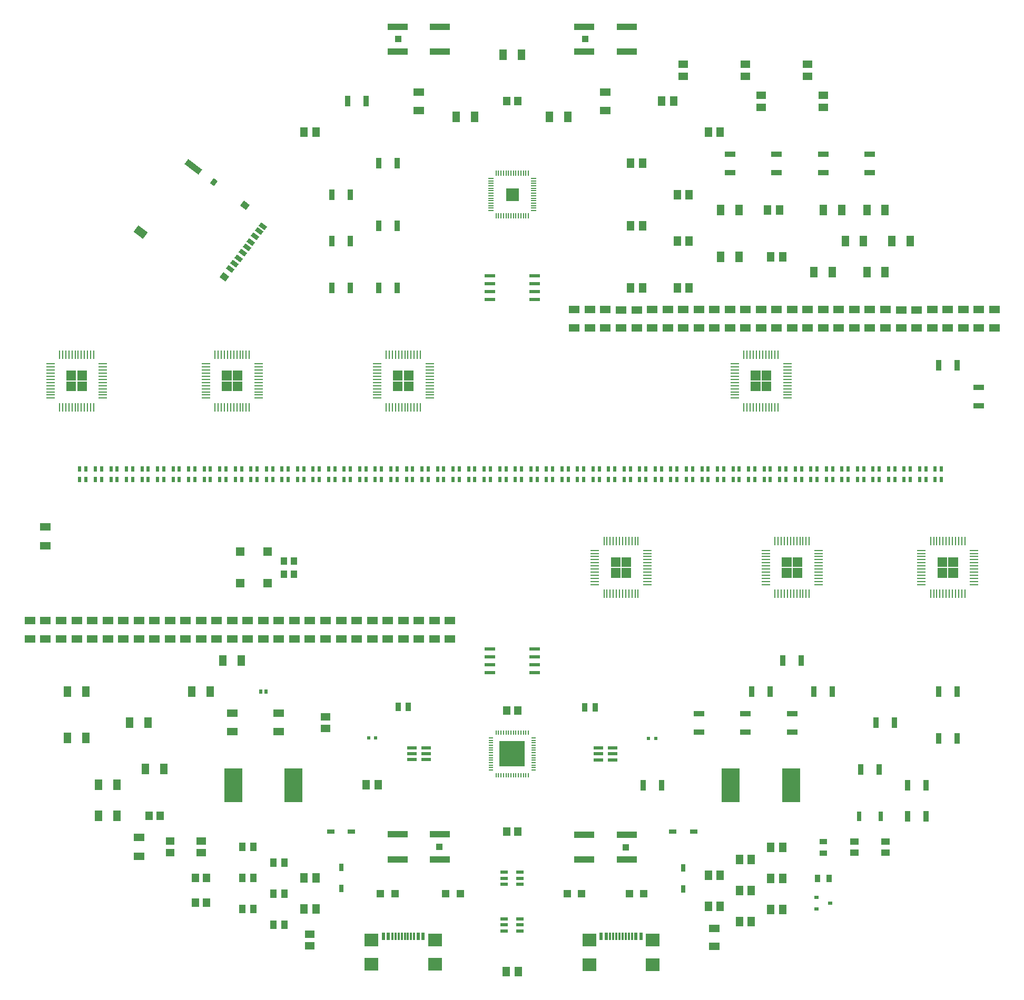
<source format=gbr>
%TF.GenerationSoftware,KiCad,Pcbnew,9.0.0*%
%TF.CreationDate,2025-04-03T19:14:32+05:30*%
%TF.ProjectId,12i(overall),31326928-6f76-4657-9261-6c6c292e6b69,rev?*%
%TF.SameCoordinates,Original*%
%TF.FileFunction,Paste,Top*%
%TF.FilePolarity,Positive*%
%FSLAX46Y46*%
G04 Gerber Fmt 4.6, Leading zero omitted, Abs format (unit mm)*
G04 Created by KiCad (PCBNEW 9.0.0) date 2025-04-03 19:14:32*
%MOMM*%
%LPD*%
G01*
G04 APERTURE LIST*
G04 Aperture macros list*
%AMRoundRect*
0 Rectangle with rounded corners*
0 $1 Rounding radius*
0 $2 $3 $4 $5 $6 $7 $8 $9 X,Y pos of 4 corners*
0 Add a 4 corners polygon primitive as box body*
4,1,4,$2,$3,$4,$5,$6,$7,$8,$9,$2,$3,0*
0 Add four circle primitives for the rounded corners*
1,1,$1+$1,$2,$3*
1,1,$1+$1,$4,$5*
1,1,$1+$1,$6,$7*
1,1,$1+$1,$8,$9*
0 Add four rect primitives between the rounded corners*
20,1,$1+$1,$2,$3,$4,$5,0*
20,1,$1+$1,$4,$5,$6,$7,0*
20,1,$1+$1,$6,$7,$8,$9,0*
20,1,$1+$1,$8,$9,$2,$3,0*%
%AMRotRect*
0 Rectangle, with rotation*
0 The origin of the aperture is its center*
0 $1 length*
0 $2 width*
0 $3 Rotation angle, in degrees counterclockwise*
0 Add horizontal line*
21,1,$1,$2,0,0,$3*%
G04 Aperture macros list end*
%ADD10C,0.000000*%
%ADD11C,0.010000*%
%ADD12R,1.500000X1.300000*%
%ADD13R,0.500000X0.850000*%
%ADD14RoundRect,0.073750X0.531250X0.221250X-0.531250X0.221250X-0.531250X-0.221250X0.531250X-0.221250X0*%
%ADD15R,1.803400X1.168400*%
%ADD16R,1.100000X1.300000*%
%ADD17R,1.730000X0.970000*%
%ADD18R,1.170000X1.770000*%
%ADD19R,1.770000X1.170000*%
%ADD20R,1.168400X1.803400*%
%ADD21R,1.150000X1.150000*%
%ADD22R,0.754800X0.199200*%
%ADD23R,0.199200X0.754800*%
%ADD24R,4.038600X4.038600*%
%ADD25R,1.300000X1.500000*%
%ADD26R,0.970000X1.730000*%
%ADD27R,0.730000X1.210000*%
%ADD28R,1.250000X0.855600*%
%ADD29R,1.066800X1.346200*%
%ADD30R,3.200001X0.990600*%
%ADD31R,0.990600X0.990600*%
%ADD32R,1.150000X1.450000*%
%ADD33R,0.270000X1.461200*%
%ADD34R,1.461200X0.270000*%
%ADD35R,0.914400X1.447800*%
%ADD36R,0.800001X0.549999*%
%ADD37RoundRect,0.072500X-0.732500X-0.217500X0.732500X-0.217500X0.732500X0.217500X-0.732500X0.217500X0*%
%ADD38R,1.397000X1.346200*%
%ADD39R,0.575600X0.600000*%
%ADD40RoundRect,0.073750X-0.651250X-0.221250X0.651250X-0.221250X0.651250X0.221250X-0.651250X0.221250X0*%
%ADD41RoundRect,0.025000X-0.395000X-0.075000X0.395000X-0.075000X0.395000X0.075000X-0.395000X0.075000X0*%
%ADD42RoundRect,0.025000X-0.075000X-0.395000X0.075000X-0.395000X0.075000X0.395000X-0.075000X0.395000X0*%
%ADD43R,0.800000X1.600000*%
%ADD44R,1.450000X1.150000*%
%ADD45RotRect,0.700000X1.200000X233.000000*%
%ADD46RotRect,1.000000X1.200000X233.000000*%
%ADD47RotRect,1.000000X2.800000X233.000000*%
%ADD48RotRect,1.300000X1.900000X233.000000*%
%ADD49RotRect,1.000000X0.800000X233.000000*%
%ADD50R,1.210000X0.730000*%
%ADD51R,0.600000X1.150000*%
%ADD52R,0.300000X1.150000*%
%ADD53R,2.180000X2.000000*%
%ADD54R,0.855600X1.250000*%
%ADD55R,2.895600X5.410200*%
%ADD56R,0.560000X0.640000*%
%ADD57R,1.447800X1.117600*%
%ADD58R,1.160000X1.470000*%
G04 APERTURE END LIST*
D10*
%TO.C,U10*%
G36*
X449226900Y-294226900D02*
G01*
X448080700Y-294226900D01*
X448080700Y-293080700D01*
X449226900Y-293080700D01*
X449226900Y-294226900D01*
G37*
G36*
X449226900Y-295573100D02*
G01*
X448080700Y-295573100D01*
X448080700Y-294426900D01*
X449226900Y-294426900D01*
X449226900Y-295573100D01*
G37*
G36*
X449226900Y-296919300D02*
G01*
X448080700Y-296919300D01*
X448080700Y-295773100D01*
X449226900Y-295773100D01*
X449226900Y-296919300D01*
G37*
G36*
X450573100Y-294226900D02*
G01*
X449426900Y-294226900D01*
X449426900Y-293080700D01*
X450573100Y-293080700D01*
X450573100Y-294226900D01*
G37*
G36*
X450573100Y-295573100D02*
G01*
X449426900Y-295573100D01*
X449426900Y-294426900D01*
X450573100Y-294426900D01*
X450573100Y-295573100D01*
G37*
G36*
X450573100Y-296919300D02*
G01*
X449426900Y-296919300D01*
X449426900Y-295773100D01*
X450573100Y-295773100D01*
X450573100Y-296919300D01*
G37*
G36*
X451919300Y-294226900D02*
G01*
X450773100Y-294226900D01*
X450773100Y-293080700D01*
X451919300Y-293080700D01*
X451919300Y-294226900D01*
G37*
G36*
X451919300Y-295573100D02*
G01*
X450773100Y-295573100D01*
X450773100Y-294426900D01*
X451919300Y-294426900D01*
X451919300Y-295573100D01*
G37*
G36*
X451919300Y-296919300D02*
G01*
X450773100Y-296919300D01*
X450773100Y-295773100D01*
X451919300Y-295773100D01*
X451919300Y-296919300D01*
G37*
%TO.C,IC4*%
G36*
X379900000Y-234900000D02*
G01*
X378349999Y-234900000D01*
X378349999Y-233349999D01*
X379900000Y-233349999D01*
X379900000Y-234900000D01*
G37*
G36*
X379900000Y-236650001D02*
G01*
X378349999Y-236650001D01*
X378349999Y-235100000D01*
X379900000Y-235100000D01*
X379900000Y-236650001D01*
G37*
G36*
X381650001Y-234900000D02*
G01*
X380100000Y-234900000D01*
X380100000Y-233349999D01*
X381650001Y-233349999D01*
X381650001Y-234900000D01*
G37*
G36*
X381650001Y-236650001D02*
G01*
X380100000Y-236650001D01*
X380100000Y-235100000D01*
X381650001Y-235100000D01*
X381650001Y-236650001D01*
G37*
D11*
%TO.C,U4*%
X450980000Y-205980000D02*
X449020000Y-205980000D01*
X449020000Y-204020000D01*
X450980000Y-204020000D01*
X450980000Y-205980000D01*
G36*
X450980000Y-205980000D02*
G01*
X449020000Y-205980000D01*
X449020000Y-204020000D01*
X450980000Y-204020000D01*
X450980000Y-205980000D01*
G37*
D10*
%TO.C,IC1*%
G36*
X489900000Y-234900000D02*
G01*
X488349999Y-234900000D01*
X488349999Y-233349999D01*
X489900000Y-233349999D01*
X489900000Y-234900000D01*
G37*
G36*
X489900000Y-236650001D02*
G01*
X488349999Y-236650001D01*
X488349999Y-235100000D01*
X489900000Y-235100000D01*
X489900000Y-236650001D01*
G37*
G36*
X491650001Y-234900000D02*
G01*
X490100000Y-234900000D01*
X490100000Y-233349999D01*
X491650001Y-233349999D01*
X491650001Y-234900000D01*
G37*
G36*
X491650001Y-236650001D02*
G01*
X490100000Y-236650001D01*
X490100000Y-235100000D01*
X491650001Y-235100000D01*
X491650001Y-236650001D01*
G37*
%TO.C,IC5*%
G36*
X467400000Y-264900000D02*
G01*
X465849999Y-264900000D01*
X465849999Y-263349999D01*
X467400000Y-263349999D01*
X467400000Y-264900000D01*
G37*
G36*
X467400000Y-266650001D02*
G01*
X465849999Y-266650001D01*
X465849999Y-265100000D01*
X467400000Y-265100000D01*
X467400000Y-266650001D01*
G37*
G36*
X469150001Y-264900000D02*
G01*
X467600000Y-264900000D01*
X467600000Y-263349999D01*
X469150001Y-263349999D01*
X469150001Y-264900000D01*
G37*
G36*
X469150001Y-266650001D02*
G01*
X467600000Y-266650001D01*
X467600000Y-265100000D01*
X469150001Y-265100000D01*
X469150001Y-266650001D01*
G37*
%TO.C,IC6*%
G36*
X519900000Y-264900000D02*
G01*
X518349999Y-264900000D01*
X518349999Y-263349999D01*
X519900000Y-263349999D01*
X519900000Y-264900000D01*
G37*
G36*
X519900000Y-266650001D02*
G01*
X518349999Y-266650001D01*
X518349999Y-265100000D01*
X519900000Y-265100000D01*
X519900000Y-266650001D01*
G37*
G36*
X521650001Y-264900000D02*
G01*
X520100000Y-264900000D01*
X520100000Y-263349999D01*
X521650001Y-263349999D01*
X521650001Y-264900000D01*
G37*
G36*
X521650001Y-266650001D02*
G01*
X520100000Y-266650001D01*
X520100000Y-265100000D01*
X521650001Y-265100000D01*
X521650001Y-266650001D01*
G37*
%TO.C,IC7*%
G36*
X494900000Y-264900000D02*
G01*
X493349999Y-264900000D01*
X493349999Y-263349999D01*
X494900000Y-263349999D01*
X494900000Y-264900000D01*
G37*
G36*
X494900000Y-266650001D02*
G01*
X493349999Y-266650001D01*
X493349999Y-265100000D01*
X494900000Y-265100000D01*
X494900000Y-266650001D01*
G37*
G36*
X496650001Y-264900000D02*
G01*
X495100000Y-264900000D01*
X495100000Y-263349999D01*
X496650001Y-263349999D01*
X496650001Y-264900000D01*
G37*
G36*
X496650001Y-266650001D02*
G01*
X495100000Y-266650001D01*
X495100000Y-265100000D01*
X496650001Y-265100000D01*
X496650001Y-266650001D01*
G37*
%TO.C,IC3*%
G36*
X404900000Y-234900000D02*
G01*
X403349999Y-234900000D01*
X403349999Y-233349999D01*
X404900000Y-233349999D01*
X404900000Y-234900000D01*
G37*
G36*
X404900000Y-236650001D02*
G01*
X403349999Y-236650001D01*
X403349999Y-235100000D01*
X404900000Y-235100000D01*
X404900000Y-236650001D01*
G37*
G36*
X406650001Y-234900000D02*
G01*
X405100000Y-234900000D01*
X405100000Y-233349999D01*
X406650001Y-233349999D01*
X406650001Y-234900000D01*
G37*
G36*
X406650001Y-236650001D02*
G01*
X405100000Y-236650001D01*
X405100000Y-235100000D01*
X406650001Y-235100000D01*
X406650001Y-236650001D01*
G37*
%TO.C,IC2*%
G36*
X432400000Y-234900000D02*
G01*
X430849999Y-234900000D01*
X430849999Y-233349999D01*
X432400000Y-233349999D01*
X432400000Y-234900000D01*
G37*
G36*
X432400000Y-236650001D02*
G01*
X430849999Y-236650001D01*
X430849999Y-235100000D01*
X432400000Y-235100000D01*
X432400000Y-236650001D01*
G37*
G36*
X434150001Y-234900000D02*
G01*
X432600000Y-234900000D01*
X432600000Y-233349999D01*
X434150001Y-233349999D01*
X434150001Y-234900000D01*
G37*
G36*
X434150001Y-236650001D02*
G01*
X432600000Y-236650001D01*
X432600000Y-235100000D01*
X434150001Y-235100000D01*
X434150001Y-236650001D01*
G37*
%TD*%
D12*
%TO.C,C76*%
X490000000Y-190950000D03*
X490000000Y-189050000D03*
%TD*%
D13*
%TO.C,D61*%
X384000000Y-249125000D03*
X384000000Y-250875000D03*
X383000000Y-250875000D03*
X383000000Y-249125000D03*
%TD*%
D14*
%TO.C,U1*%
X451255000Y-315950000D03*
X451255000Y-315000000D03*
X451255000Y-314050000D03*
X448745000Y-314050000D03*
X448745000Y-315000000D03*
X448745000Y-315950000D03*
%TD*%
D15*
%TO.C,C3*%
X485000000Y-226473200D03*
X485000000Y-223526800D03*
%TD*%
D13*
%TO.C,De3*%
X449000000Y-249125000D03*
X449000000Y-250875000D03*
X448000000Y-250875000D03*
X448000000Y-249125000D03*
%TD*%
%TO.C,D13*%
X460500000Y-250875000D03*
X460500000Y-249125000D03*
X461500000Y-249125000D03*
X461500000Y-250875000D03*
%TD*%
D15*
%TO.C,C18*%
X497500000Y-226473200D03*
X497500000Y-223526800D03*
%TD*%
D16*
%TO.C,Y1*%
X413275000Y-263950000D03*
X413275000Y-266050000D03*
X414925000Y-266050000D03*
X414925000Y-263950000D03*
%TD*%
D17*
%TO.C,R32*%
X487500000Y-291480000D03*
X487500000Y-288520000D03*
%TD*%
D15*
%TO.C,C106*%
X390000000Y-276500000D03*
X390000000Y-273553600D03*
%TD*%
D13*
%TO.C,D22*%
X468000000Y-250875000D03*
X468000000Y-249125000D03*
X469000000Y-249125000D03*
X469000000Y-250875000D03*
%TD*%
D18*
%TO.C,R39*%
X383506000Y-304950000D03*
X386494000Y-304950000D03*
%TD*%
D19*
%TO.C,R43*%
X412500000Y-291444000D03*
X412500000Y-288456000D03*
%TD*%
D13*
%TO.C,D25*%
X495500000Y-250875000D03*
X495500000Y-249125000D03*
X496500000Y-249125000D03*
X496500000Y-250875000D03*
%TD*%
D15*
%TO.C,C5*%
X462500000Y-226473200D03*
X462500000Y-223526800D03*
%TD*%
D20*
%TO.C,C85*%
X441026800Y-192500000D03*
X443973200Y-192500000D03*
%TD*%
D12*
%TO.C,C78*%
X487500000Y-185950000D03*
X487500000Y-184050000D03*
%TD*%
D15*
%TO.C,C9*%
X490000000Y-226446400D03*
X490000000Y-223500000D03*
%TD*%
D21*
%TO.C,R44*%
X458825000Y-317500000D03*
X461175000Y-317500000D03*
%TD*%
D22*
%TO.C,U10*%
X446547599Y-292400000D03*
X446547599Y-292799999D03*
X446547599Y-293200001D03*
X446547599Y-293600000D03*
X446547599Y-293999999D03*
X446547599Y-294400001D03*
X446547599Y-294800000D03*
X446547599Y-295200000D03*
X446547599Y-295599999D03*
X446547599Y-296000001D03*
X446547599Y-296400000D03*
X446547599Y-296799999D03*
X446547599Y-297200001D03*
X446547599Y-297600000D03*
D23*
X447400000Y-298452401D03*
X447799999Y-298452401D03*
X448200001Y-298452401D03*
X448600000Y-298452401D03*
X448999999Y-298452401D03*
X449400001Y-298452401D03*
X449800000Y-298452401D03*
X450200000Y-298452401D03*
X450599999Y-298452401D03*
X451000001Y-298452401D03*
X451400000Y-298452401D03*
X451799999Y-298452401D03*
X452200001Y-298452401D03*
X452600000Y-298452401D03*
D22*
X453452401Y-297600000D03*
X453452401Y-297200001D03*
X453452401Y-296799999D03*
X453452401Y-296400000D03*
X453452401Y-296000001D03*
X453452401Y-295599999D03*
X453452401Y-295200000D03*
X453452401Y-294800000D03*
X453452401Y-294400001D03*
X453452401Y-293999999D03*
X453452401Y-293600000D03*
X453452401Y-293200001D03*
X453452401Y-292799999D03*
X453452401Y-292400000D03*
D23*
X452600000Y-291547599D03*
X452200001Y-291547599D03*
X451799999Y-291547599D03*
X451400000Y-291547599D03*
X451000001Y-291547599D03*
X450599999Y-291547599D03*
X450200000Y-291547599D03*
X449800000Y-291547599D03*
X449400001Y-291547599D03*
X448999999Y-291547599D03*
X448600000Y-291547599D03*
X448200001Y-291547599D03*
X447799999Y-291547599D03*
X447400000Y-291547599D03*
D24*
X450000000Y-295000000D03*
%TD*%
D15*
%TO.C,C26*%
X505000000Y-226473200D03*
X505000000Y-223526800D03*
%TD*%
%TO.C,C8*%
X465000000Y-226446400D03*
X465000000Y-223500000D03*
%TD*%
D25*
%TO.C,C65*%
X475950000Y-190000000D03*
X474050000Y-190000000D03*
%TD*%
D13*
%TO.C,D74*%
X399000000Y-249125000D03*
X399000000Y-250875000D03*
X398000000Y-250875000D03*
X398000000Y-249125000D03*
%TD*%
D18*
%TO.C,R48*%
X391494000Y-289950000D03*
X388506000Y-289950000D03*
%TD*%
D26*
%TO.C,R18*%
X491480000Y-285000000D03*
X488520000Y-285000000D03*
%TD*%
%TO.C,R24*%
X511480000Y-290000000D03*
X508520000Y-290000000D03*
%TD*%
D15*
%TO.C,C16*%
X522500000Y-226446400D03*
X522500000Y-223500000D03*
%TD*%
D13*
%TO.C,D14*%
X485500000Y-250875000D03*
X485500000Y-249125000D03*
X486500000Y-249125000D03*
X486500000Y-250875000D03*
%TD*%
%TO.C,D66*%
X439000000Y-249125000D03*
X439000000Y-250875000D03*
X438000000Y-250875000D03*
X438000000Y-249125000D03*
%TD*%
D15*
%TO.C,C111*%
X415000000Y-276473200D03*
X415000000Y-273526800D03*
%TD*%
D20*
%TO.C,C38*%
X507000000Y-207500000D03*
X509946400Y-207500000D03*
%TD*%
D13*
%TO.C,D77*%
X426500000Y-249125000D03*
X426500000Y-250875000D03*
X425500000Y-250875000D03*
X425500000Y-249125000D03*
%TD*%
D25*
%TO.C,C63*%
X470950000Y-210000000D03*
X469050000Y-210000000D03*
%TD*%
D13*
%TO.C,D73*%
X431500000Y-249125000D03*
X431500000Y-250875000D03*
X430500000Y-250875000D03*
X430500000Y-249125000D03*
%TD*%
D15*
%TO.C,C11*%
X467500000Y-226500000D03*
X467500000Y-223553600D03*
%TD*%
D13*
%TO.C,D59*%
X416500000Y-249125000D03*
X416500000Y-250875000D03*
X415500000Y-250875000D03*
X415500000Y-249125000D03*
%TD*%
D15*
%TO.C,C94*%
X405000000Y-276473200D03*
X405000000Y-273526800D03*
%TD*%
D27*
%TO.C,D32*%
X422500000Y-313270000D03*
X422500000Y-316630000D03*
%TD*%
D15*
%TO.C,C103*%
X425000000Y-276473200D03*
X425000000Y-273526800D03*
%TD*%
%TO.C,C99*%
X400000000Y-276500000D03*
X400000000Y-273553600D03*
%TD*%
D28*
%TO.C,C44*%
X500000000Y-310927800D03*
X500000000Y-309072200D03*
%TD*%
D26*
%TO.C,R17*%
X493520000Y-280000000D03*
X496480000Y-280000000D03*
%TD*%
D29*
%TO.C,C48*%
X411623700Y-317450000D03*
X413376300Y-317450000D03*
%TD*%
D30*
%TO.C,SW1*%
X431600002Y-177999999D03*
X438399998Y-177999999D03*
X431600002Y-182000001D03*
X438399998Y-182000001D03*
D31*
X431699999Y-180000000D03*
%TD*%
D15*
%TO.C,C14*%
X470000000Y-226500000D03*
X470000000Y-223553600D03*
%TD*%
D25*
%TO.C,C71*%
X491050000Y-207500000D03*
X492950000Y-207500000D03*
%TD*%
D17*
%TO.C,R25*%
X507500000Y-198520000D03*
X507500000Y-201480000D03*
%TD*%
D20*
%TO.C,C126*%
X448526800Y-182500000D03*
X451473200Y-182500000D03*
%TD*%
D13*
%TO.C,D7*%
X455500000Y-250875000D03*
X455500000Y-249125000D03*
X456500000Y-249125000D03*
X456500000Y-250875000D03*
%TD*%
D32*
%TO.C,C125*%
X400900000Y-314950000D03*
X399100000Y-314950000D03*
%TD*%
D15*
%TO.C,C113*%
X382500000Y-276500000D03*
X382500000Y-273553600D03*
%TD*%
D18*
%TO.C,R38*%
X403506000Y-279950000D03*
X406494000Y-279950000D03*
%TD*%
D15*
%TO.C,C21*%
X500000000Y-226473200D03*
X500000000Y-223526800D03*
%TD*%
D33*
%TO.C,IC4*%
X377250000Y-239225000D03*
X377749999Y-239225000D03*
X378250001Y-239225000D03*
X378750000Y-239225000D03*
X379249999Y-239225000D03*
X379750000Y-239225000D03*
X380250000Y-239225000D03*
X380750001Y-239225000D03*
X381250000Y-239225000D03*
X381749999Y-239225000D03*
X382250001Y-239225000D03*
X382750000Y-239225000D03*
D34*
X384225000Y-237750000D03*
X384225000Y-237250001D03*
X384225000Y-236749999D03*
X384225000Y-236250000D03*
X384225000Y-235750001D03*
X384225000Y-235250000D03*
X384225000Y-234750000D03*
X384225000Y-234249999D03*
X384225000Y-233750000D03*
X384225000Y-233250001D03*
X384225000Y-232749999D03*
X384225000Y-232250000D03*
D33*
X382750000Y-230775000D03*
X382250001Y-230775000D03*
X381749999Y-230775000D03*
X381250000Y-230775000D03*
X380750001Y-230775000D03*
X380250000Y-230775000D03*
X379750000Y-230775000D03*
X379249999Y-230775000D03*
X378750000Y-230775000D03*
X378250001Y-230775000D03*
X377749999Y-230775000D03*
X377250000Y-230775000D03*
D34*
X375775000Y-232250000D03*
X375775000Y-232749999D03*
X375775000Y-233250001D03*
X375775000Y-233750000D03*
X375775000Y-234249999D03*
X375775000Y-234750000D03*
X375775000Y-235250000D03*
X375775000Y-235750001D03*
X375775000Y-236250000D03*
X375775000Y-236749999D03*
X375775000Y-237250001D03*
X375775000Y-237750000D03*
%TD*%
D18*
%TO.C,R41*%
X386506000Y-299950000D03*
X383518000Y-299950000D03*
%TD*%
D26*
%TO.C,R16*%
X501480000Y-285000000D03*
X498520000Y-285000000D03*
%TD*%
D15*
%TO.C,C87*%
X410000000Y-276473200D03*
X410000000Y-273526800D03*
%TD*%
%TO.C,C2*%
X460000000Y-226473200D03*
X460000000Y-223526800D03*
%TD*%
D35*
%TO.C,C45*%
X461687200Y-287500000D03*
X463312800Y-287500000D03*
%TD*%
D26*
%TO.C,R30*%
X473980000Y-300000000D03*
X471020000Y-300000000D03*
%TD*%
%TO.C,R9*%
X423520000Y-190000000D03*
X426480000Y-190000000D03*
%TD*%
D36*
%TO.C,U3*%
X498900000Y-318049999D03*
X498900000Y-319949998D03*
X501100000Y-319000000D03*
%TD*%
D13*
%TO.C,D72*%
X401500000Y-249125000D03*
X401500000Y-250875000D03*
X400500000Y-250875000D03*
X400500000Y-249125000D03*
%TD*%
%TO.C,D69*%
X406500000Y-249125000D03*
X406500000Y-250875000D03*
X405500000Y-250875000D03*
X405500000Y-249125000D03*
%TD*%
D25*
%TO.C,C67*%
X470950000Y-200000000D03*
X469050000Y-200000000D03*
%TD*%
D37*
%TO.C,U2*%
X446395000Y-218095000D03*
X446395000Y-219365000D03*
X446395000Y-220635000D03*
X446395000Y-221905000D03*
X453605000Y-221905000D03*
X453605000Y-220635000D03*
X453605000Y-219365000D03*
X453605000Y-218095000D03*
%TD*%
D15*
%TO.C,C28*%
X507500000Y-226473200D03*
X507500000Y-223526800D03*
%TD*%
%TO.C,C98*%
X430000000Y-276500000D03*
X430000000Y-273553600D03*
%TD*%
D17*
%TO.C,R1*%
X492500000Y-198520000D03*
X492500000Y-201480000D03*
%TD*%
D25*
%TO.C,C57*%
X481550000Y-314500000D03*
X483450000Y-314500000D03*
%TD*%
D15*
%TO.C,C27*%
X482500000Y-226473200D03*
X482500000Y-223526800D03*
%TD*%
D18*
%TO.C,R37*%
X398506000Y-284950000D03*
X401494000Y-284950000D03*
%TD*%
D25*
%TO.C,C41*%
X491550000Y-315000000D03*
X493450000Y-315000000D03*
%TD*%
D15*
%TO.C,C95*%
X372500000Y-276500000D03*
X372500000Y-273553600D03*
%TD*%
D18*
%TO.C,R22*%
X378506000Y-284950000D03*
X381494000Y-284950000D03*
%TD*%
D26*
%TO.C,R2*%
X521480000Y-285000000D03*
X518520000Y-285000000D03*
%TD*%
D15*
%TO.C,C97*%
X402500000Y-276473200D03*
X402500000Y-273526800D03*
%TD*%
D13*
%TO.C,D78*%
X424000000Y-249125000D03*
X424000000Y-250875000D03*
X423000000Y-250875000D03*
X423000000Y-249125000D03*
%TD*%
D38*
%TO.C,XTAL1*%
X406290200Y-262460000D03*
X406290200Y-267540000D03*
X410709800Y-267540000D03*
X410709800Y-262460000D03*
%TD*%
D26*
%TO.C,R28*%
X508980000Y-297500000D03*
X506020000Y-297500000D03*
%TD*%
D15*
%TO.C,C23*%
X477500000Y-226446400D03*
X477500000Y-223500000D03*
%TD*%
D13*
%TO.C,D80*%
X421500000Y-249125000D03*
X421500000Y-250875000D03*
X420500000Y-250875000D03*
X420500000Y-249125000D03*
%TD*%
D20*
%TO.C,C79*%
X503526800Y-212500000D03*
X506473200Y-212500000D03*
%TD*%
D15*
%TO.C,C7*%
X515000000Y-226500000D03*
X515000000Y-223553600D03*
%TD*%
D26*
%TO.C,R14*%
X516480000Y-305000000D03*
X513520000Y-305000000D03*
%TD*%
D20*
%TO.C,C77*%
X500000000Y-207500000D03*
X502946400Y-207500000D03*
%TD*%
D13*
%TO.C,D71*%
X434000000Y-249125000D03*
X434000000Y-250875000D03*
X433000000Y-250875000D03*
X433000000Y-249125000D03*
%TD*%
%TO.C,D17*%
X488000000Y-250875000D03*
X488000000Y-249125000D03*
X489000000Y-249125000D03*
X489000000Y-250875000D03*
%TD*%
%TO.C,D3*%
X503000000Y-250875000D03*
X503000000Y-249125000D03*
X504000000Y-249125000D03*
X504000000Y-250875000D03*
%TD*%
D39*
%TO.C,L6*%
X428067800Y-292450000D03*
X426932200Y-292450000D03*
%TD*%
D29*
%TO.C,C49*%
X406623700Y-314950000D03*
X408376300Y-314950000D03*
%TD*%
D15*
%TO.C,C108*%
X387500000Y-276473200D03*
X387500000Y-273526800D03*
%TD*%
D29*
%TO.C,C51*%
X408376300Y-319950000D03*
X406623700Y-319950000D03*
%TD*%
D15*
%TO.C,C88*%
X380000000Y-276500000D03*
X380000000Y-273553600D03*
%TD*%
D12*
%TO.C,C74*%
X477500000Y-185950000D03*
X477500000Y-184050000D03*
%TD*%
D25*
%TO.C,C120*%
X426550000Y-299950000D03*
X428450000Y-299950000D03*
%TD*%
D39*
%TO.C,L5*%
X471932200Y-292500000D03*
X473067800Y-292500000D03*
%TD*%
D15*
%TO.C,C15*%
X495000000Y-226473200D03*
X495000000Y-223526800D03*
%TD*%
D40*
%TO.C,U6*%
X433845000Y-294000000D03*
X433845000Y-294950000D03*
X433845000Y-295900000D03*
X436155000Y-295900000D03*
X436155000Y-294950000D03*
X436155000Y-294000000D03*
%TD*%
D20*
%TO.C,C59*%
X511026800Y-212500000D03*
X513973200Y-212500000D03*
%TD*%
D25*
%TO.C,C40*%
X486550000Y-312000000D03*
X488450000Y-312000000D03*
%TD*%
D41*
%TO.C,U4*%
X446565000Y-202400000D03*
X446565000Y-202800000D03*
X446565000Y-203200000D03*
X446565000Y-203600000D03*
X446565000Y-204000000D03*
X446565000Y-204400000D03*
X446565000Y-204800000D03*
X446565000Y-205200000D03*
X446565000Y-205600000D03*
X446565000Y-206000000D03*
X446565000Y-206400000D03*
X446565000Y-206800000D03*
X446565000Y-207200000D03*
X446565000Y-207600000D03*
D42*
X447400000Y-208435000D03*
X447800000Y-208435000D03*
X448200000Y-208435000D03*
X448600000Y-208435000D03*
X449000000Y-208435000D03*
X449400000Y-208435000D03*
X449800000Y-208435000D03*
X450200000Y-208435000D03*
X450600000Y-208435000D03*
X451000000Y-208435000D03*
X451400000Y-208435000D03*
X451800000Y-208435000D03*
X452200000Y-208435000D03*
X452600000Y-208435000D03*
D41*
X453435000Y-207600000D03*
X453435000Y-207200000D03*
X453435000Y-206800000D03*
X453435000Y-206400000D03*
X453435000Y-206000000D03*
X453435000Y-205600000D03*
X453435000Y-205200000D03*
X453435000Y-204800000D03*
X453435000Y-204400000D03*
X453435000Y-204000000D03*
X453435000Y-203600000D03*
X453435000Y-203200000D03*
X453435000Y-202800000D03*
X453435000Y-202400000D03*
D42*
X452600000Y-201565000D03*
X452200000Y-201565000D03*
X451800000Y-201565000D03*
X451400000Y-201565000D03*
X451000000Y-201565000D03*
X450600000Y-201565000D03*
X450200000Y-201565000D03*
X449800000Y-201565000D03*
X449400000Y-201565000D03*
X449000000Y-201565000D03*
X448600000Y-201565000D03*
X448200000Y-201565000D03*
X447800000Y-201565000D03*
X447400000Y-201565000D03*
%TD*%
D25*
%TO.C,C66*%
X478450000Y-205000000D03*
X476550000Y-205000000D03*
%TD*%
D15*
%TO.C,C112*%
X412500000Y-276473200D03*
X412500000Y-273526800D03*
%TD*%
D13*
%TO.C,D24*%
X470500000Y-250875000D03*
X470500000Y-249125000D03*
X471500000Y-249125000D03*
X471500000Y-250875000D03*
%TD*%
D29*
%TO.C,C47*%
X406623700Y-309950000D03*
X408376300Y-309950000D03*
%TD*%
D25*
%TO.C,C61*%
X478450000Y-220000000D03*
X476550000Y-220000000D03*
%TD*%
D15*
%TO.C,C4*%
X512500000Y-226500000D03*
X512500000Y-223553600D03*
%TD*%
D26*
%TO.C,R3*%
X431480000Y-220000000D03*
X428520000Y-220000000D03*
%TD*%
%TO.C,R10*%
X431480000Y-210000000D03*
X428520000Y-210000000D03*
%TD*%
D15*
%TO.C,C110*%
X385000000Y-276500000D03*
X385000000Y-273553600D03*
%TD*%
D12*
%TO.C,C81*%
X497500000Y-185950000D03*
X497500000Y-184050000D03*
%TD*%
D21*
%TO.C,R6*%
X428825000Y-317450000D03*
X431175000Y-317450000D03*
%TD*%
D33*
%TO.C,IC1*%
X487250000Y-239225000D03*
X487749999Y-239225000D03*
X488250001Y-239225000D03*
X488750000Y-239225000D03*
X489249999Y-239225000D03*
X489750000Y-239225000D03*
X490250000Y-239225000D03*
X490750001Y-239225000D03*
X491250000Y-239225000D03*
X491749999Y-239225000D03*
X492250001Y-239225000D03*
X492750000Y-239225000D03*
D34*
X494225000Y-237750000D03*
X494225000Y-237250001D03*
X494225000Y-236749999D03*
X494225000Y-236250000D03*
X494225000Y-235750001D03*
X494225000Y-235250000D03*
X494225000Y-234750000D03*
X494225000Y-234249999D03*
X494225000Y-233750000D03*
X494225000Y-233250001D03*
X494225000Y-232749999D03*
X494225000Y-232250000D03*
D33*
X492750000Y-230775000D03*
X492250001Y-230775000D03*
X491749999Y-230775000D03*
X491250000Y-230775000D03*
X490750001Y-230775000D03*
X490250000Y-230775000D03*
X489750000Y-230775000D03*
X489249999Y-230775000D03*
X488750000Y-230775000D03*
X488250001Y-230775000D03*
X487749999Y-230775000D03*
X487250000Y-230775000D03*
D34*
X485775000Y-232250000D03*
X485775000Y-232749999D03*
X485775000Y-233250001D03*
X485775000Y-233750000D03*
X485775000Y-234249999D03*
X485775000Y-234750000D03*
X485775000Y-235250000D03*
X485775000Y-235750001D03*
X485775000Y-236250000D03*
X485775000Y-236749999D03*
X485775000Y-237250001D03*
X485775000Y-237750000D03*
%TD*%
D15*
%TO.C,C24*%
X502500000Y-226473200D03*
X502500000Y-223526800D03*
%TD*%
D33*
%TO.C,IC5*%
X470250000Y-260775000D03*
X469750001Y-260775000D03*
X469249999Y-260775000D03*
X468750000Y-260775000D03*
X468250001Y-260775000D03*
X467750000Y-260775000D03*
X467250000Y-260775000D03*
X466749999Y-260775000D03*
X466250000Y-260775000D03*
X465750001Y-260775000D03*
X465249999Y-260775000D03*
X464750000Y-260775000D03*
D34*
X463275000Y-262250000D03*
X463275000Y-262749999D03*
X463275000Y-263250001D03*
X463275000Y-263750000D03*
X463275000Y-264249999D03*
X463275000Y-264750000D03*
X463275000Y-265250000D03*
X463275000Y-265750001D03*
X463275000Y-266250000D03*
X463275000Y-266749999D03*
X463275000Y-267250001D03*
X463275000Y-267750000D03*
D33*
X464750000Y-269225000D03*
X465249999Y-269225000D03*
X465750001Y-269225000D03*
X466250000Y-269225000D03*
X466749999Y-269225000D03*
X467250000Y-269225000D03*
X467750000Y-269225000D03*
X468250001Y-269225000D03*
X468750000Y-269225000D03*
X469249999Y-269225000D03*
X469750001Y-269225000D03*
X470250000Y-269225000D03*
D34*
X471725000Y-267750000D03*
X471725000Y-267250001D03*
X471725000Y-266749999D03*
X471725000Y-266250000D03*
X471725000Y-265750001D03*
X471725000Y-265250000D03*
X471725000Y-264750000D03*
X471725000Y-264249999D03*
X471725000Y-263750000D03*
X471725000Y-263250001D03*
X471725000Y-262749999D03*
X471725000Y-262250000D03*
%TD*%
D15*
%TO.C,C100*%
X397500000Y-276473200D03*
X397500000Y-273526800D03*
%TD*%
%TO.C,C89*%
X437500000Y-276500000D03*
X437500000Y-273553600D03*
%TD*%
D12*
%TO.C,C80*%
X500000000Y-190950000D03*
X500000000Y-189050000D03*
%TD*%
D15*
%TO.C,C109*%
X417500000Y-276500000D03*
X417500000Y-273553600D03*
%TD*%
D13*
%TO.C,D67*%
X409000000Y-249125000D03*
X409000000Y-250875000D03*
X408000000Y-250875000D03*
X408000000Y-249125000D03*
%TD*%
D32*
%TO.C,C69*%
X449100000Y-190000000D03*
X450900000Y-190000000D03*
%TD*%
D43*
%TO.C,E1*%
X505800000Y-305000000D03*
X509200000Y-305000000D03*
%TD*%
D33*
%TO.C,IC6*%
X522750000Y-260775000D03*
X522250001Y-260775000D03*
X521749999Y-260775000D03*
X521250000Y-260775000D03*
X520750001Y-260775000D03*
X520250000Y-260775000D03*
X519750000Y-260775000D03*
X519249999Y-260775000D03*
X518750000Y-260775000D03*
X518250001Y-260775000D03*
X517749999Y-260775000D03*
X517250000Y-260775000D03*
D34*
X515775000Y-262250000D03*
X515775000Y-262749999D03*
X515775000Y-263250001D03*
X515775000Y-263750000D03*
X515775000Y-264249999D03*
X515775000Y-264750000D03*
X515775000Y-265250000D03*
X515775000Y-265750001D03*
X515775000Y-266250000D03*
X515775000Y-266749999D03*
X515775000Y-267250001D03*
X515775000Y-267750000D03*
D33*
X517250000Y-269225000D03*
X517749999Y-269225000D03*
X518250001Y-269225000D03*
X518750000Y-269225000D03*
X519249999Y-269225000D03*
X519750000Y-269225000D03*
X520250000Y-269225000D03*
X520750001Y-269225000D03*
X521250000Y-269225000D03*
X521749999Y-269225000D03*
X522250001Y-269225000D03*
X522750000Y-269225000D03*
D34*
X524225000Y-267750000D03*
X524225000Y-267250001D03*
X524225000Y-266749999D03*
X524225000Y-266250000D03*
X524225000Y-265750001D03*
X524225000Y-265250000D03*
X524225000Y-264750000D03*
X524225000Y-264249999D03*
X524225000Y-263750000D03*
X524225000Y-263250001D03*
X524225000Y-262749999D03*
X524225000Y-262250000D03*
%TD*%
D20*
%TO.C,C82*%
X498526800Y-217500000D03*
X501473200Y-217500000D03*
%TD*%
D25*
%TO.C,C70*%
X416550000Y-195000000D03*
X418450000Y-195000000D03*
%TD*%
D19*
%TO.C,R8*%
X435000000Y-191488000D03*
X435000000Y-188500000D03*
%TD*%
D15*
%TO.C,C10*%
X517500000Y-226473200D03*
X517500000Y-223526800D03*
%TD*%
D20*
%TO.C,C75*%
X483500000Y-215000000D03*
X486446400Y-215000000D03*
%TD*%
D13*
%TO.C,D2*%
X475500000Y-250875000D03*
X475500000Y-249125000D03*
X476500000Y-249125000D03*
X476500000Y-250875000D03*
%TD*%
%TO.C,D68*%
X436500000Y-249125000D03*
X436500000Y-250875000D03*
X435500000Y-250875000D03*
X435500000Y-249125000D03*
%TD*%
D26*
%TO.C,R4*%
X428520000Y-200000000D03*
X431480000Y-200000000D03*
%TD*%
D13*
%TO.C,D4*%
X453000000Y-250875000D03*
X453000000Y-249125000D03*
X454000000Y-249125000D03*
X454000000Y-250875000D03*
%TD*%
%TO.C,D9*%
X508000000Y-250875000D03*
X508000000Y-249125000D03*
X509000000Y-249125000D03*
X509000000Y-250875000D03*
%TD*%
D25*
%TO.C,C58*%
X481550000Y-319500000D03*
X483450000Y-319500000D03*
%TD*%
D26*
%TO.C,R29*%
X521480000Y-292500000D03*
X518520000Y-292500000D03*
%TD*%
D13*
%TO.C,D11*%
X483000000Y-250875000D03*
X483000000Y-249125000D03*
X484000000Y-249125000D03*
X484000000Y-250875000D03*
%TD*%
D15*
%TO.C,C101*%
X427500000Y-276500000D03*
X427500000Y-273553600D03*
%TD*%
D26*
%TO.C,R19*%
X421020000Y-205000000D03*
X423980000Y-205000000D03*
%TD*%
D44*
%TO.C,C119*%
X395000000Y-310850000D03*
X395000000Y-309050000D03*
%TD*%
D26*
%TO.C,R20*%
X421020000Y-220000000D03*
X423980000Y-220000000D03*
%TD*%
D45*
%TO.C,J3*%
X404699082Y-217015688D03*
X405361078Y-216137189D03*
X406023074Y-215258691D03*
X406685071Y-214380191D03*
X407347067Y-213501692D03*
X408009064Y-212623193D03*
X408671060Y-211744693D03*
X409333057Y-210866195D03*
D46*
X407042373Y-206760983D03*
D47*
X398776495Y-200532196D03*
D48*
X390292607Y-211042960D03*
D46*
X403766267Y-218253572D03*
D49*
X402090833Y-203029730D03*
D45*
X409904781Y-210107490D03*
%TD*%
D15*
%TO.C,C13*%
X520000000Y-226473200D03*
X520000000Y-223526800D03*
%TD*%
%TO.C,C115*%
X482500000Y-325973200D03*
X482500000Y-323026800D03*
%TD*%
D50*
%TO.C,D31*%
X420820000Y-307450000D03*
X424180000Y-307450000D03*
%TD*%
D15*
%TO.C,C107*%
X420000000Y-276500000D03*
X420000000Y-273553600D03*
%TD*%
D20*
%TO.C,C37*%
X483500000Y-207500000D03*
X486446400Y-207500000D03*
%TD*%
D13*
%TO.C,D63*%
X381500000Y-249125000D03*
X381500000Y-250875000D03*
X380500000Y-250875000D03*
X380500000Y-249125000D03*
%TD*%
D26*
%TO.C,R27*%
X516480000Y-300000000D03*
X513520000Y-300000000D03*
%TD*%
D19*
%TO.C,R47*%
X405000000Y-291444000D03*
X405000000Y-288456000D03*
%TD*%
D25*
%TO.C,C72*%
X491550000Y-215000000D03*
X493450000Y-215000000D03*
%TD*%
D12*
%TO.C,C117*%
X400000000Y-310900000D03*
X400000000Y-309000000D03*
%TD*%
D25*
%TO.C,C116*%
X416550000Y-314950000D03*
X418450000Y-314950000D03*
%TD*%
D13*
%TO.C,D21*%
X518000000Y-250875000D03*
X518000000Y-249125000D03*
X519000000Y-249125000D03*
X519000000Y-250875000D03*
%TD*%
D15*
%TO.C,C92*%
X435000000Y-276473200D03*
X435000000Y-273526800D03*
%TD*%
D13*
%TO.C,De1*%
X450500000Y-250875000D03*
X450500000Y-249125000D03*
X451500000Y-249125000D03*
X451500000Y-250875000D03*
%TD*%
D17*
%TO.C,R26*%
X500000000Y-198520000D03*
X500000000Y-201480000D03*
%TD*%
D15*
%TO.C,C20*%
X475000000Y-226446400D03*
X475000000Y-223500000D03*
%TD*%
D12*
%TO.C,C84*%
X420000000Y-290900000D03*
X420000000Y-289000000D03*
%TD*%
D51*
%TO.C,J1*%
X429300000Y-324312500D03*
X430100000Y-324312500D03*
D52*
X431250000Y-324312500D03*
X432250000Y-324312500D03*
X432750000Y-324312500D03*
X433750000Y-324312500D03*
D51*
X435700000Y-324312500D03*
X434900000Y-324312500D03*
D52*
X434250000Y-324312500D03*
X433250000Y-324312500D03*
X431750000Y-324312500D03*
X430750000Y-324312500D03*
D53*
X427390000Y-324887500D03*
X437610000Y-324887500D03*
X427390000Y-328817500D03*
X437610000Y-328817500D03*
%TD*%
D27*
%TO.C,D30*%
X477500000Y-313320000D03*
X477500000Y-316680000D03*
%TD*%
D37*
%TO.C,U8*%
X446395000Y-278095000D03*
X446395000Y-279365000D03*
X446395000Y-280635000D03*
X446395000Y-281905000D03*
X453605000Y-281905000D03*
X453605000Y-280635000D03*
X453605000Y-279365000D03*
X453605000Y-278095000D03*
%TD*%
D20*
%TO.C,C73*%
X507000000Y-217500000D03*
X509946400Y-217500000D03*
%TD*%
D54*
%TO.C,C46*%
X499072200Y-315000000D03*
X500927800Y-315000000D03*
%TD*%
D40*
%TO.C,U7*%
X463845000Y-294050000D03*
X463845000Y-295000000D03*
X463845000Y-295950000D03*
X466155000Y-295950000D03*
X466155000Y-295000000D03*
X466155000Y-294050000D03*
%TD*%
D50*
%TO.C,D29*%
X479180000Y-307500000D03*
X475820000Y-307500000D03*
%TD*%
D15*
%TO.C,C22*%
X527500000Y-226473200D03*
X527500000Y-223526800D03*
%TD*%
D25*
%TO.C,C54*%
X486550000Y-322000000D03*
X488450000Y-322000000D03*
%TD*%
D15*
%TO.C,C1*%
X510000000Y-226473200D03*
X510000000Y-223526800D03*
%TD*%
D30*
%TO.C,SW2*%
X461600002Y-177999999D03*
X468399998Y-177999999D03*
X461600002Y-182000001D03*
X468399998Y-182000001D03*
D31*
X461699999Y-180000000D03*
%TD*%
D19*
%TO.C,R5*%
X465000000Y-191494000D03*
X465000000Y-188506000D03*
%TD*%
D55*
%TO.C,L3*%
X485148600Y-300000000D03*
X494851400Y-300000000D03*
%TD*%
D13*
%TO.C,D1*%
X500500000Y-250875000D03*
X500500000Y-249125000D03*
X501500000Y-249125000D03*
X501500000Y-250875000D03*
%TD*%
D21*
%TO.C,R45*%
X471175000Y-317500000D03*
X468825000Y-317500000D03*
%TD*%
D13*
%TO.C,D81*%
X391500000Y-249125000D03*
X391500000Y-250875000D03*
X390500000Y-250875000D03*
X390500000Y-249125000D03*
%TD*%
D33*
%TO.C,IC7*%
X497750000Y-260775000D03*
X497250001Y-260775000D03*
X496749999Y-260775000D03*
X496250000Y-260775000D03*
X495750001Y-260775000D03*
X495250000Y-260775000D03*
X494750000Y-260775000D03*
X494249999Y-260775000D03*
X493750000Y-260775000D03*
X493250001Y-260775000D03*
X492749999Y-260775000D03*
X492250000Y-260775000D03*
D34*
X490775000Y-262250000D03*
X490775000Y-262749999D03*
X490775000Y-263250001D03*
X490775000Y-263750000D03*
X490775000Y-264249999D03*
X490775000Y-264750000D03*
X490775000Y-265250000D03*
X490775000Y-265750001D03*
X490775000Y-266250000D03*
X490775000Y-266749999D03*
X490775000Y-267250001D03*
X490775000Y-267750000D03*
D33*
X492250000Y-269225000D03*
X492749999Y-269225000D03*
X493250001Y-269225000D03*
X493750000Y-269225000D03*
X494249999Y-269225000D03*
X494750000Y-269225000D03*
X495250000Y-269225000D03*
X495750001Y-269225000D03*
X496250000Y-269225000D03*
X496749999Y-269225000D03*
X497250001Y-269225000D03*
X497750000Y-269225000D03*
D34*
X499225000Y-267750000D03*
X499225000Y-267250001D03*
X499225000Y-266749999D03*
X499225000Y-266250000D03*
X499225000Y-265750001D03*
X499225000Y-265250000D03*
X499225000Y-264750000D03*
X499225000Y-264249999D03*
X499225000Y-263750000D03*
X499225000Y-263250001D03*
X499225000Y-262749999D03*
X499225000Y-262250000D03*
%TD*%
D17*
%TO.C,R11*%
X485000000Y-198520000D03*
X485000000Y-201480000D03*
%TD*%
D25*
%TO.C,C53*%
X491550000Y-320000000D03*
X493450000Y-320000000D03*
%TD*%
D13*
%TO.C,D20*%
X490500000Y-250875000D03*
X490500000Y-249125000D03*
X491500000Y-249125000D03*
X491500000Y-250875000D03*
%TD*%
D25*
%TO.C,C114*%
X449050000Y-330000000D03*
X450950000Y-330000000D03*
%TD*%
D32*
%TO.C,C123*%
X400900000Y-318950000D03*
X399100000Y-318950000D03*
%TD*%
D29*
%TO.C,C50*%
X411623700Y-322450000D03*
X413376300Y-322450000D03*
%TD*%
D51*
%TO.C,J2*%
X464300000Y-324362500D03*
X465100000Y-324362500D03*
D52*
X466250000Y-324362500D03*
X467250000Y-324362500D03*
X467750000Y-324362500D03*
X468750000Y-324362500D03*
D51*
X470700000Y-324362500D03*
X469900000Y-324362500D03*
D52*
X469250000Y-324362500D03*
X468250000Y-324362500D03*
X466750000Y-324362500D03*
X465750000Y-324362500D03*
D53*
X462390000Y-324937500D03*
X472610000Y-324937500D03*
X462390000Y-328867500D03*
X472610000Y-328867500D03*
%TD*%
D13*
%TO.C,D8*%
X480500000Y-250875000D03*
X480500000Y-249125000D03*
X481500000Y-249125000D03*
X481500000Y-250875000D03*
%TD*%
D26*
%TO.C,R21*%
X421020000Y-212500000D03*
X423980000Y-212500000D03*
%TD*%
D33*
%TO.C,IC3*%
X402250000Y-239225000D03*
X402749999Y-239225000D03*
X403250001Y-239225000D03*
X403750000Y-239225000D03*
X404249999Y-239225000D03*
X404750000Y-239225000D03*
X405250000Y-239225000D03*
X405750001Y-239225000D03*
X406250000Y-239225000D03*
X406749999Y-239225000D03*
X407250001Y-239225000D03*
X407750000Y-239225000D03*
D34*
X409225000Y-237750000D03*
X409225000Y-237250001D03*
X409225000Y-236749999D03*
X409225000Y-236250000D03*
X409225000Y-235750001D03*
X409225000Y-235250000D03*
X409225000Y-234750000D03*
X409225000Y-234249999D03*
X409225000Y-233750000D03*
X409225000Y-233250001D03*
X409225000Y-232749999D03*
X409225000Y-232250000D03*
D33*
X407750000Y-230775000D03*
X407250001Y-230775000D03*
X406749999Y-230775000D03*
X406250000Y-230775000D03*
X405750001Y-230775000D03*
X405250000Y-230775000D03*
X404750000Y-230775000D03*
X404249999Y-230775000D03*
X403750000Y-230775000D03*
X403250001Y-230775000D03*
X402749999Y-230775000D03*
X402250000Y-230775000D03*
D34*
X400775000Y-232250000D03*
X400775000Y-232749999D03*
X400775000Y-233250001D03*
X400775000Y-233750000D03*
X400775000Y-234249999D03*
X400775000Y-234750000D03*
X400775000Y-235250000D03*
X400775000Y-235750001D03*
X400775000Y-236250000D03*
X400775000Y-236749999D03*
X400775000Y-237250001D03*
X400775000Y-237750000D03*
%TD*%
D25*
%TO.C,C62*%
X478450000Y-212500000D03*
X476550000Y-212500000D03*
%TD*%
D13*
%TO.C,D58*%
X386500000Y-249125000D03*
X386500000Y-250875000D03*
X385500000Y-250875000D03*
X385500000Y-249125000D03*
%TD*%
%TO.C,D75*%
X429000000Y-249125000D03*
X429000000Y-250875000D03*
X428000000Y-250875000D03*
X428000000Y-249125000D03*
%TD*%
%TO.C,D18*%
X515500000Y-250875000D03*
X515500000Y-249125000D03*
X516500000Y-249125000D03*
X516500000Y-250875000D03*
%TD*%
%TO.C,D57*%
X446500000Y-249125000D03*
X446500000Y-250875000D03*
X445500000Y-250875000D03*
X445500000Y-249125000D03*
%TD*%
D15*
%TO.C,C93*%
X375000000Y-276500000D03*
X375000000Y-273553600D03*
%TD*%
D13*
%TO.C,D26*%
X473000000Y-250875000D03*
X473000000Y-249125000D03*
X474000000Y-249125000D03*
X474000000Y-250875000D03*
%TD*%
D15*
%TO.C,C104*%
X392500000Y-276500000D03*
X392500000Y-273553600D03*
%TD*%
D17*
%TO.C,R15*%
X495000000Y-291500000D03*
X495000000Y-288540000D03*
%TD*%
%TO.C,R31*%
X480000000Y-291460000D03*
X480000000Y-288500000D03*
%TD*%
D32*
%TO.C,C124*%
X449100000Y-307500000D03*
X450900000Y-307500000D03*
%TD*%
D13*
%TO.C,D64*%
X441500000Y-249125000D03*
X441500000Y-250875000D03*
X440500000Y-250875000D03*
X440500000Y-249125000D03*
%TD*%
D18*
%TO.C,R42*%
X381494000Y-292450000D03*
X378506000Y-292450000D03*
%TD*%
D15*
%TO.C,C86*%
X440000000Y-276473200D03*
X440000000Y-273526800D03*
%TD*%
D14*
%TO.C,U9*%
X451255000Y-323450000D03*
X451255000Y-322500000D03*
X451255000Y-321550000D03*
X448745000Y-321550000D03*
X448745000Y-322500000D03*
X448745000Y-323450000D03*
%TD*%
D13*
%TO.C,D60*%
X444000000Y-249125000D03*
X444000000Y-250875000D03*
X443000000Y-250875000D03*
X443000000Y-249125000D03*
%TD*%
D30*
%TO.C,SW5*%
X438399998Y-311950001D03*
X431600002Y-311950001D03*
X438399998Y-307949999D03*
X431600002Y-307949999D03*
D31*
X438300001Y-309950000D03*
%TD*%
D13*
%TO.C,D23*%
X493000000Y-250875000D03*
X493000000Y-249125000D03*
X494000000Y-249125000D03*
X494000000Y-250875000D03*
%TD*%
D33*
%TO.C,IC2*%
X429750000Y-239225000D03*
X430249999Y-239225000D03*
X430750001Y-239225000D03*
X431250000Y-239225000D03*
X431749999Y-239225000D03*
X432250000Y-239225000D03*
X432750000Y-239225000D03*
X433250001Y-239225000D03*
X433750000Y-239225000D03*
X434249999Y-239225000D03*
X434750001Y-239225000D03*
X435250000Y-239225000D03*
D34*
X436725000Y-237750000D03*
X436725000Y-237250001D03*
X436725000Y-236749999D03*
X436725000Y-236250000D03*
X436725000Y-235750001D03*
X436725000Y-235250000D03*
X436725000Y-234750000D03*
X436725000Y-234249999D03*
X436725000Y-233750000D03*
X436725000Y-233250001D03*
X436725000Y-232749999D03*
X436725000Y-232250000D03*
D33*
X435250000Y-230775000D03*
X434750001Y-230775000D03*
X434249999Y-230775000D03*
X433750000Y-230775000D03*
X433250001Y-230775000D03*
X432750000Y-230775000D03*
X432250000Y-230775000D03*
X431749999Y-230775000D03*
X431250000Y-230775000D03*
X430750001Y-230775000D03*
X430249999Y-230775000D03*
X429750000Y-230775000D03*
D34*
X428275000Y-232250000D03*
X428275000Y-232749999D03*
X428275000Y-233250001D03*
X428275000Y-233750000D03*
X428275000Y-234249999D03*
X428275000Y-234750000D03*
X428275000Y-235250000D03*
X428275000Y-235750001D03*
X428275000Y-236250000D03*
X428275000Y-236749999D03*
X428275000Y-237250001D03*
X428275000Y-237750000D03*
%TD*%
D32*
%TO.C,C68*%
X391600000Y-304950000D03*
X393400000Y-304950000D03*
%TD*%
D19*
%TO.C,R46*%
X390000000Y-311444000D03*
X390000000Y-308456000D03*
%TD*%
D25*
%TO.C,C118*%
X416550000Y-319950000D03*
X418450000Y-319950000D03*
%TD*%
D13*
%TO.C,D65*%
X411500000Y-249125000D03*
X411500000Y-250875000D03*
X410500000Y-250875000D03*
X410500000Y-249125000D03*
%TD*%
D15*
%TO.C,C25*%
X480000000Y-226446400D03*
X480000000Y-223500000D03*
%TD*%
D13*
%TO.C,D16*%
X463000000Y-250875000D03*
X463000000Y-249125000D03*
X464000000Y-249125000D03*
X464000000Y-250875000D03*
%TD*%
%TO.C,D19*%
X465500000Y-250875000D03*
X465500000Y-249125000D03*
X466500000Y-249125000D03*
X466500000Y-250875000D03*
%TD*%
%TO.C,D70*%
X404000000Y-249125000D03*
X404000000Y-250875000D03*
X403000000Y-250875000D03*
X403000000Y-249125000D03*
%TD*%
D30*
%TO.C,SW4*%
X468399998Y-312000001D03*
X461600002Y-312000001D03*
X468399998Y-307999999D03*
X461600002Y-307999999D03*
D31*
X468300001Y-310000000D03*
%TD*%
D15*
%TO.C,C91*%
X407500000Y-276473200D03*
X407500000Y-273526800D03*
%TD*%
%TO.C,C17*%
X472500000Y-226446400D03*
X472500000Y-223500000D03*
%TD*%
%TO.C,C105*%
X422500000Y-276473200D03*
X422500000Y-273526800D03*
%TD*%
D13*
%TO.C,D12*%
X510500000Y-250875000D03*
X510500000Y-249125000D03*
X511500000Y-249125000D03*
X511500000Y-250875000D03*
%TD*%
D15*
%TO.C,C19*%
X525000000Y-226473200D03*
X525000000Y-223526800D03*
%TD*%
%TO.C,C96*%
X432500000Y-276473200D03*
X432500000Y-273526800D03*
%TD*%
D56*
%TO.C,R40*%
X409565000Y-284950000D03*
X410435000Y-284950000D03*
%TD*%
D19*
%TO.C,R23*%
X375000000Y-258506000D03*
X375000000Y-261494000D03*
%TD*%
D55*
%TO.C,L2*%
X405148600Y-300000000D03*
X414851400Y-300000000D03*
%TD*%
D13*
%TO.C,D6*%
X505500000Y-250875000D03*
X505500000Y-249125000D03*
X506500000Y-249125000D03*
X506500000Y-250875000D03*
%TD*%
D15*
%TO.C,C12*%
X492500000Y-226446400D03*
X492500000Y-223500000D03*
%TD*%
D25*
%TO.C,C39*%
X491550000Y-310000000D03*
X493450000Y-310000000D03*
%TD*%
D35*
%TO.C,C43*%
X433312800Y-287450000D03*
X431687200Y-287450000D03*
%TD*%
D15*
%TO.C,C102*%
X395000000Y-276473200D03*
X395000000Y-273526800D03*
%TD*%
D25*
%TO.C,C60*%
X470950000Y-220000000D03*
X469050000Y-220000000D03*
%TD*%
D21*
%TO.C,R7*%
X441675000Y-317450000D03*
X439325000Y-317450000D03*
%TD*%
D12*
%TO.C,C121*%
X417500000Y-324000000D03*
X417500000Y-325900000D03*
%TD*%
D13*
%TO.C,D79*%
X394000000Y-249125000D03*
X394000000Y-250875000D03*
X393000000Y-250875000D03*
X393000000Y-249125000D03*
%TD*%
%TO.C,D76*%
X396500000Y-249125000D03*
X396500000Y-250875000D03*
X395500000Y-250875000D03*
X395500000Y-249125000D03*
%TD*%
D18*
%TO.C,R49*%
X391006000Y-297450000D03*
X393994000Y-297450000D03*
%TD*%
D26*
%TO.C,R13*%
X518520000Y-232500000D03*
X521480000Y-232500000D03*
%TD*%
D17*
%TO.C,R12*%
X525000000Y-238980000D03*
X525000000Y-236020000D03*
%TD*%
D13*
%TO.C,D27*%
X498000000Y-250875000D03*
X498000000Y-249125000D03*
X499000000Y-249125000D03*
X499000000Y-250875000D03*
%TD*%
%TO.C,D62*%
X414000000Y-249125000D03*
X414000000Y-250875000D03*
X413000000Y-250875000D03*
X413000000Y-249125000D03*
%TD*%
%TO.C,D15*%
X513000000Y-250875000D03*
X513000000Y-249125000D03*
X514000000Y-249125000D03*
X514000000Y-250875000D03*
%TD*%
%TO.C,D10*%
X458000000Y-250875000D03*
X458000000Y-249125000D03*
X459000000Y-249125000D03*
X459000000Y-250875000D03*
%TD*%
%TO.C,D55*%
X419000000Y-249125000D03*
X419000000Y-250875000D03*
X418000000Y-250875000D03*
X418000000Y-249125000D03*
%TD*%
%TO.C,D5*%
X478000000Y-250875000D03*
X478000000Y-249125000D03*
X479000000Y-249125000D03*
X479000000Y-250875000D03*
%TD*%
D15*
%TO.C,C90*%
X377500000Y-276500000D03*
X377500000Y-273553600D03*
%TD*%
D20*
%TO.C,C83*%
X456026800Y-192500000D03*
X458973200Y-192500000D03*
%TD*%
D13*
%TO.C,D56*%
X389000000Y-249125000D03*
X389000000Y-250875000D03*
X388000000Y-250875000D03*
X388000000Y-249125000D03*
%TD*%
D15*
%TO.C,C6*%
X487500000Y-226473200D03*
X487500000Y-223526800D03*
%TD*%
D29*
%TO.C,C52*%
X411623700Y-312450000D03*
X413376300Y-312450000D03*
%TD*%
D25*
%TO.C,C64*%
X483450000Y-195000000D03*
X481550000Y-195000000D03*
%TD*%
D57*
%TO.C,C56*%
X505000000Y-310896800D03*
X505000000Y-309103200D03*
%TD*%
D25*
%TO.C,C42*%
X486550000Y-317000000D03*
X488450000Y-317000000D03*
%TD*%
D58*
%TO.C,C122*%
X449125000Y-288000000D03*
X450875000Y-288000000D03*
%TD*%
D57*
%TO.C,C55*%
X510000000Y-310896800D03*
X510000000Y-309103200D03*
%TD*%
M02*

</source>
